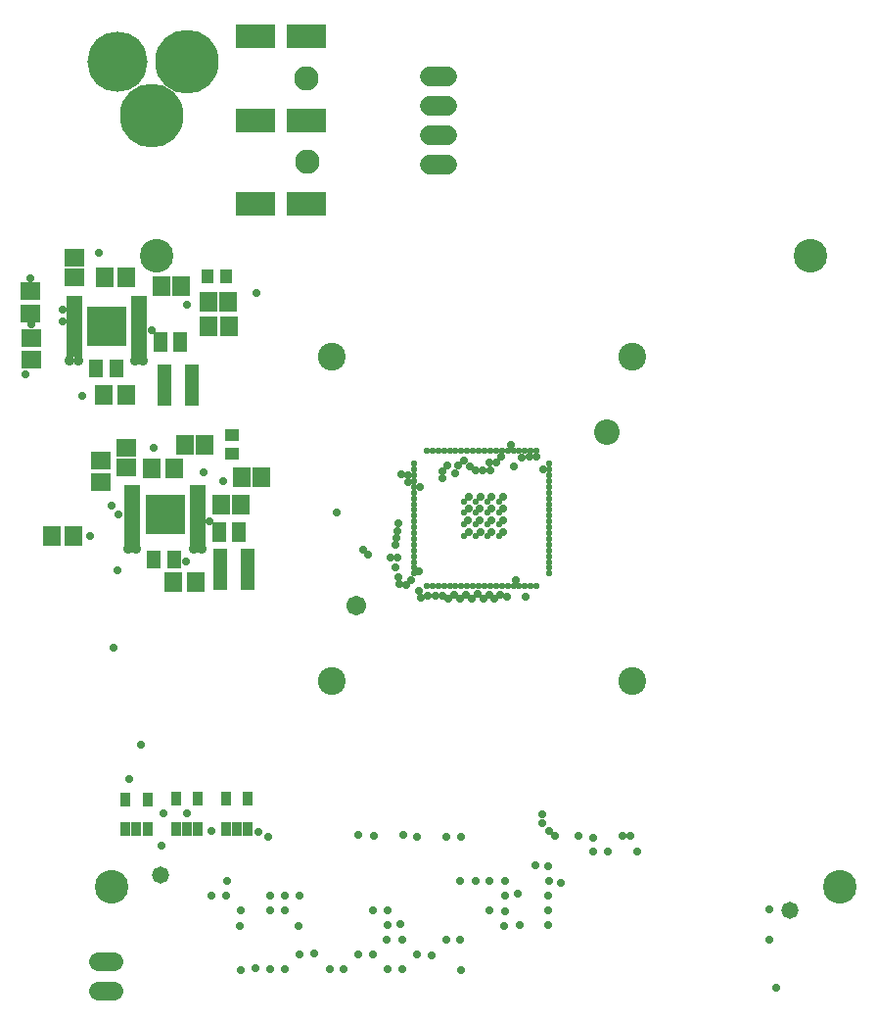
<source format=gbr>
G04 EAGLE Gerber RS-274X export*
G75*
%MOMM*%
%FSLAX34Y34*%
%LPD*%
%INSoldermask Top*%
%IPPOS*%
%AMOC8*
5,1,8,0,0,1.08239X$1,22.5*%
G01*
%ADD10C,2.903200*%
%ADD11R,1.503200X1.703200*%
%ADD12R,1.173200X1.673200*%
%ADD13R,1.703200X1.503200*%
%ADD14R,0.893200X1.193200*%
%ADD15C,1.473200*%
%ADD16R,1.003200X1.153200*%
%ADD17R,1.153200X1.003200*%
%ADD18R,1.475100X0.785000*%
%ADD19R,3.503200X3.503200*%
%ADD20C,1.727200*%
%ADD21R,1.165000X3.545000*%
%ADD22R,3.353200X2.053200*%
%ADD23C,0.543200*%
%ADD24C,1.703200*%
%ADD25C,2.403200*%
%ADD26C,2.203200*%
%ADD27R,1.240300X1.565000*%
%ADD28C,1.574800*%
%ADD29C,5.503200*%
%ADD30C,5.203200*%
%ADD31C,2.108200*%
%ADD32C,0.706400*%
%ADD33C,0.878200*%


D10*
X84500Y116500D03*
X714500Y116500D03*
X124000Y662500D03*
X689500Y662500D03*
D11*
X128100Y635700D03*
X145100Y635700D03*
X148000Y499100D03*
X165000Y499100D03*
X169000Y622300D03*
X186000Y622300D03*
X179500Y447400D03*
X196500Y447400D03*
D12*
X144200Y587400D03*
X127600Y587400D03*
X194900Y423200D03*
X178300Y423200D03*
D13*
X53000Y643500D03*
X53000Y660500D03*
X97300Y478900D03*
X97300Y495900D03*
D11*
X169100Y601100D03*
X186100Y601100D03*
X214400Y470600D03*
X197400Y470600D03*
D14*
X96900Y166700D03*
X106400Y166700D03*
X115900Y166700D03*
X115900Y192600D03*
X96900Y192600D03*
X140400Y166900D03*
X149900Y166900D03*
X159400Y166900D03*
X159400Y192800D03*
X140400Y192800D03*
X183800Y166900D03*
X193300Y166900D03*
X202800Y166900D03*
X202800Y192800D03*
X183800Y192800D03*
D15*
X671390Y96500D03*
X127590Y127000D03*
D11*
X97600Y643900D03*
X78600Y643900D03*
X138900Y478300D03*
X119900Y478300D03*
D16*
X168300Y644200D03*
X184300Y644200D03*
D17*
X188800Y491200D03*
X188800Y507200D03*
D11*
X157500Y380500D03*
X138500Y380500D03*
D13*
X75800Y466600D03*
X75800Y485600D03*
X15300Y572100D03*
X15300Y591100D03*
D11*
X52100Y420300D03*
X33100Y420300D03*
D18*
X52583Y623650D03*
X52583Y617150D03*
X52583Y610650D03*
X52583Y604150D03*
X52583Y597650D03*
X52583Y591150D03*
X52583Y584650D03*
X52583Y578150D03*
X109017Y578150D03*
X109017Y584650D03*
X109017Y591150D03*
X109017Y597650D03*
X109017Y604150D03*
X109017Y610650D03*
X109017Y617150D03*
X109017Y623650D03*
D19*
X80800Y600900D03*
D18*
X102883Y460950D03*
X102883Y454450D03*
X102883Y447950D03*
X102883Y441450D03*
X102883Y434950D03*
X102883Y428450D03*
X102883Y421950D03*
X102883Y415450D03*
X159317Y415450D03*
X159317Y421950D03*
X159317Y428450D03*
X159317Y434950D03*
X159317Y441450D03*
X159317Y447950D03*
X159317Y454450D03*
X159317Y460950D03*
D19*
X131100Y438200D03*
D20*
X359780Y740500D02*
X375020Y740500D01*
X375020Y765900D02*
X359780Y765900D01*
X359780Y791300D02*
X375020Y791300D01*
X375020Y816700D02*
X359780Y816700D01*
D21*
X130450Y550000D03*
X154150Y550000D03*
X179250Y390800D03*
X202950Y390800D03*
D22*
X209500Y852000D03*
X253500Y852000D03*
X209700Y779300D03*
X253700Y779300D03*
X209800Y706900D03*
X253800Y706900D03*
D23*
X357500Y493500D03*
X362500Y493500D03*
X367500Y493500D03*
X372500Y493500D03*
X377500Y493500D03*
X382500Y493500D03*
X387500Y493500D03*
X392500Y493500D03*
X397500Y493500D03*
X402500Y493500D03*
X407500Y493500D03*
X412500Y493500D03*
X417500Y493500D03*
X422500Y493500D03*
X427500Y493500D03*
X432500Y493500D03*
X437500Y493500D03*
X442500Y493500D03*
X447500Y493500D03*
X452500Y493500D03*
X357500Y376400D03*
X362500Y376400D03*
X367500Y376400D03*
X372500Y376400D03*
X377500Y376400D03*
X382500Y376400D03*
X387500Y376400D03*
X392500Y376400D03*
X397500Y376400D03*
X402500Y376400D03*
X407500Y376400D03*
X412500Y376400D03*
X417500Y376400D03*
X422500Y376400D03*
X427500Y376400D03*
X432500Y376400D03*
X437500Y376400D03*
X442500Y376400D03*
X447500Y376400D03*
X452500Y376400D03*
X346400Y387500D03*
X346400Y392500D03*
X346400Y397500D03*
X346400Y402500D03*
X346400Y407500D03*
X346400Y412500D03*
X346400Y417500D03*
X346400Y422500D03*
X346400Y427500D03*
X346400Y432500D03*
X346400Y437500D03*
X346400Y442500D03*
X346400Y447500D03*
X346400Y452500D03*
X346400Y457500D03*
X346400Y462500D03*
X346400Y467500D03*
X346400Y472500D03*
X346400Y477500D03*
X346400Y482500D03*
X463700Y387500D03*
X463700Y392500D03*
X463700Y397500D03*
X463700Y402500D03*
X463700Y407500D03*
X463700Y412500D03*
X463700Y417500D03*
X463700Y422500D03*
X463700Y427500D03*
X463700Y432500D03*
X463700Y437500D03*
X463700Y442500D03*
X463700Y447500D03*
X463700Y452500D03*
X463700Y457500D03*
X463700Y462500D03*
X463700Y467500D03*
X463700Y472500D03*
X463700Y477500D03*
X463700Y482500D03*
X410000Y440000D03*
X410000Y430000D03*
X400000Y430000D03*
X400000Y440000D03*
X400000Y450000D03*
X410000Y450000D03*
X420000Y450000D03*
X420000Y440000D03*
X420000Y430000D03*
X420000Y420000D03*
X410000Y420000D03*
X400000Y420000D03*
X390000Y420000D03*
X390000Y430000D03*
X390000Y440000D03*
X390000Y450000D03*
D24*
X297000Y360000D03*
D25*
X275000Y295000D03*
X535000Y295000D03*
D26*
X513000Y510000D03*
D25*
X535000Y575000D03*
X275000Y575000D03*
D13*
X15000Y612600D03*
X15000Y631600D03*
D11*
X97200Y542000D03*
X78200Y542000D03*
D27*
X71726Y564800D03*
X89474Y564800D03*
X121026Y399500D03*
X138774Y399500D03*
D28*
X86858Y27300D02*
X73142Y27300D01*
X73142Y52700D02*
X86858Y52700D01*
D29*
X150000Y830000D03*
D30*
X90000Y830000D03*
D29*
X120000Y783000D03*
D31*
X253500Y815500D03*
X253900Y743200D03*
D32*
X121300Y495900D03*
X164900Y474900D03*
X181200Y467700D03*
X149100Y397800D03*
X73600Y664800D03*
X209950Y630050D03*
X149950Y619950D03*
X128300Y152800D03*
X171300Y165100D03*
X211900Y164100D03*
X458100Y477500D03*
X432500Y480300D03*
X351600Y462500D03*
X443200Y367300D03*
X393700Y453800D03*
X403800Y453900D03*
X413800Y453900D03*
X424000Y453700D03*
X393600Y443700D03*
X403600Y443700D03*
X413600Y443800D03*
X423600Y443700D03*
X393500Y433800D03*
X403600Y433700D03*
X413800Y433700D03*
X423600Y433600D03*
X393700Y423700D03*
X403700Y423700D03*
X413600Y423600D03*
X423600Y423600D03*
X15000Y642600D03*
X110000Y240000D03*
X100000Y210000D03*
X660000Y30000D03*
X434693Y381606D03*
X387100Y45300D03*
X406613Y365887D03*
X336400Y46000D03*
X401863Y369690D03*
X323700Y45800D03*
X352200Y366818D03*
X285500Y45600D03*
X350734Y372866D03*
X273500Y45900D03*
X330264Y412436D03*
X234600Y45600D03*
X331312Y418484D03*
X222150Y45850D03*
X416290Y365564D03*
X361900Y57900D03*
X411613Y369440D03*
X348800Y58400D03*
X364848Y368406D03*
X310900Y58700D03*
X358800Y368500D03*
X298200Y58100D03*
X332372Y401728D03*
X259900Y59200D03*
X326324Y401753D03*
X247400Y58600D03*
X332360Y424532D03*
X209000Y46600D03*
X333408Y430580D03*
X196550Y45250D03*
X473600Y120400D03*
X463000Y121900D03*
X435900Y110600D03*
X425200Y109200D03*
X399700Y121700D03*
X386400Y121800D03*
X350650Y389350D03*
X247600Y109400D03*
X344399Y382268D03*
X235050Y109250D03*
X341400Y472182D03*
X185000Y121800D03*
X386209Y365564D03*
X334600Y84300D03*
X381249Y369158D03*
X323600Y83800D03*
X462800Y134900D03*
X451200Y135100D03*
X425300Y122200D03*
X412150Y121650D03*
X462600Y96300D03*
X462900Y109300D03*
X425300Y95800D03*
X412100Y96200D03*
X462900Y84100D03*
X437650Y84150D03*
X424700Y83300D03*
X446052Y488268D03*
X533900Y161100D03*
X439800Y488100D03*
X526600Y161000D03*
X417999Y483399D03*
X501400Y158800D03*
X411951Y483375D03*
X488900Y160500D03*
X412327Y476927D03*
X468400Y160900D03*
X406200Y476700D03*
X463100Y165100D03*
X400152Y476675D03*
X457800Y171700D03*
X394806Y480500D03*
X457500Y179200D03*
X389300Y484900D03*
X387550Y159750D03*
X384912Y480735D03*
X374500Y159800D03*
X452100Y488268D03*
X539400Y147200D03*
X430200Y498900D03*
X513800Y147600D03*
X421684Y488268D03*
X501250Y147550D03*
X382297Y474497D03*
X349000Y160100D03*
X375706Y480900D03*
X337450Y161450D03*
X371412Y476000D03*
X311750Y160650D03*
X370783Y469952D03*
X298400Y161500D03*
X220000Y160000D03*
X332806Y384748D03*
X221800Y109200D03*
X330266Y393300D03*
X221900Y96500D03*
X341734Y466134D03*
X184000Y109500D03*
X335352Y473200D03*
X171000Y109500D03*
X376290Y365564D03*
X323600Y96300D03*
X370896Y368723D03*
X310700Y96600D03*
X340075Y378039D03*
X246900Y83400D03*
X334027Y378700D03*
X234400Y96700D03*
X307000Y404200D03*
X196700Y96200D03*
X302706Y408459D03*
X195900Y83400D03*
X427297Y367351D03*
X386500Y70800D03*
X421249Y369158D03*
X374800Y70800D03*
X396822Y366178D03*
X336100Y71400D03*
X391546Y369454D03*
X323100Y71100D03*
X654100Y71000D03*
X653650Y97650D03*
X169600Y433000D03*
X86800Y323600D03*
X42600Y605800D03*
X10000Y560000D03*
D33*
X48800Y571500D03*
X112300Y571600D03*
X105100Y571300D03*
X56200Y571400D03*
D32*
X280000Y440000D03*
D33*
X106500Y409000D03*
X155800Y408900D03*
X162900Y408900D03*
X98992Y408992D03*
D32*
X90600Y438500D03*
X66000Y419600D03*
X150000Y180000D03*
X130000Y180000D03*
X90000Y390000D03*
X84900Y446000D03*
X119700Y597700D03*
X42700Y615500D03*
X15100Y602500D03*
X59100Y541200D03*
M02*

</source>
